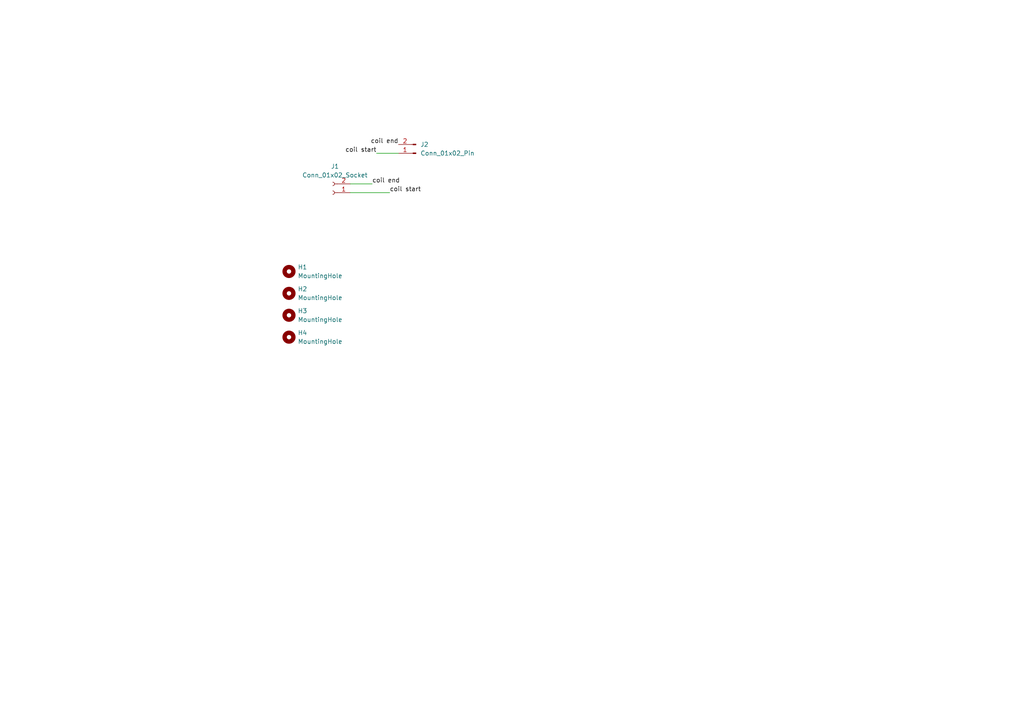
<source format=kicad_sch>
(kicad_sch
	(version 20231120)
	(generator "eeschema")
	(generator_version "8.0")
	(uuid "38c91b10-5af9-4b32-b547-d33c3020bbb1")
	(paper "A4")
	(lib_symbols
		(symbol "Connector:Conn_01x02_Pin"
			(pin_names
				(offset 1.016) hide)
			(exclude_from_sim no)
			(in_bom yes)
			(on_board yes)
			(property "Reference" "J"
				(at 0 2.54 0)
				(effects
					(font
						(size 1.27 1.27)
					)
				)
			)
			(property "Value" "Conn_01x02_Pin"
				(at 0 -5.08 0)
				(effects
					(font
						(size 1.27 1.27)
					)
				)
			)
			(property "Footprint" ""
				(at 0 0 0)
				(effects
					(font
						(size 1.27 1.27)
					)
					(hide yes)
				)
			)
			(property "Datasheet" "~"
				(at 0 0 0)
				(effects
					(font
						(size 1.27 1.27)
					)
					(hide yes)
				)
			)
			(property "Description" "Generic connector, single row, 01x02, script generated"
				(at 0 0 0)
				(effects
					(font
						(size 1.27 1.27)
					)
					(hide yes)
				)
			)
			(property "ki_locked" ""
				(at 0 0 0)
				(effects
					(font
						(size 1.27 1.27)
					)
				)
			)
			(property "ki_keywords" "connector"
				(at 0 0 0)
				(effects
					(font
						(size 1.27 1.27)
					)
					(hide yes)
				)
			)
			(property "ki_fp_filters" "Connector*:*_1x??_*"
				(at 0 0 0)
				(effects
					(font
						(size 1.27 1.27)
					)
					(hide yes)
				)
			)
			(symbol "Conn_01x02_Pin_1_1"
				(polyline
					(pts
						(xy 1.27 -2.54) (xy 0.8636 -2.54)
					)
					(stroke
						(width 0.1524)
						(type default)
					)
					(fill
						(type none)
					)
				)
				(polyline
					(pts
						(xy 1.27 0) (xy 0.8636 0)
					)
					(stroke
						(width 0.1524)
						(type default)
					)
					(fill
						(type none)
					)
				)
				(rectangle
					(start 0.8636 -2.413)
					(end 0 -2.667)
					(stroke
						(width 0.1524)
						(type default)
					)
					(fill
						(type outline)
					)
				)
				(rectangle
					(start 0.8636 0.127)
					(end 0 -0.127)
					(stroke
						(width 0.1524)
						(type default)
					)
					(fill
						(type outline)
					)
				)
				(pin passive line
					(at 5.08 0 180)
					(length 3.81)
					(name "Pin_1"
						(effects
							(font
								(size 1.27 1.27)
							)
						)
					)
					(number "1"
						(effects
							(font
								(size 1.27 1.27)
							)
						)
					)
				)
				(pin passive line
					(at 5.08 -2.54 180)
					(length 3.81)
					(name "Pin_2"
						(effects
							(font
								(size 1.27 1.27)
							)
						)
					)
					(number "2"
						(effects
							(font
								(size 1.27 1.27)
							)
						)
					)
				)
			)
		)
		(symbol "Connector:Conn_01x02_Socket"
			(pin_names
				(offset 1.016) hide)
			(exclude_from_sim no)
			(in_bom yes)
			(on_board yes)
			(property "Reference" "J"
				(at 0 2.54 0)
				(effects
					(font
						(size 1.27 1.27)
					)
				)
			)
			(property "Value" "Conn_01x02_Socket"
				(at 0 -5.08 0)
				(effects
					(font
						(size 1.27 1.27)
					)
				)
			)
			(property "Footprint" ""
				(at 0 0 0)
				(effects
					(font
						(size 1.27 1.27)
					)
					(hide yes)
				)
			)
			(property "Datasheet" "~"
				(at 0 0 0)
				(effects
					(font
						(size 1.27 1.27)
					)
					(hide yes)
				)
			)
			(property "Description" "Generic connector, single row, 01x02, script generated"
				(at 0 0 0)
				(effects
					(font
						(size 1.27 1.27)
					)
					(hide yes)
				)
			)
			(property "ki_locked" ""
				(at 0 0 0)
				(effects
					(font
						(size 1.27 1.27)
					)
				)
			)
			(property "ki_keywords" "connector"
				(at 0 0 0)
				(effects
					(font
						(size 1.27 1.27)
					)
					(hide yes)
				)
			)
			(property "ki_fp_filters" "Connector*:*_1x??_*"
				(at 0 0 0)
				(effects
					(font
						(size 1.27 1.27)
					)
					(hide yes)
				)
			)
			(symbol "Conn_01x02_Socket_1_1"
				(arc
					(start 0 -2.032)
					(mid -0.5058 -2.54)
					(end 0 -3.048)
					(stroke
						(width 0.1524)
						(type default)
					)
					(fill
						(type none)
					)
				)
				(polyline
					(pts
						(xy -1.27 -2.54) (xy -0.508 -2.54)
					)
					(stroke
						(width 0.1524)
						(type default)
					)
					(fill
						(type none)
					)
				)
				(polyline
					(pts
						(xy -1.27 0) (xy -0.508 0)
					)
					(stroke
						(width 0.1524)
						(type default)
					)
					(fill
						(type none)
					)
				)
				(arc
					(start 0 0.508)
					(mid -0.5058 0)
					(end 0 -0.508)
					(stroke
						(width 0.1524)
						(type default)
					)
					(fill
						(type none)
					)
				)
				(pin passive line
					(at -5.08 0 0)
					(length 3.81)
					(name "Pin_1"
						(effects
							(font
								(size 1.27 1.27)
							)
						)
					)
					(number "1"
						(effects
							(font
								(size 1.27 1.27)
							)
						)
					)
				)
				(pin passive line
					(at -5.08 -2.54 0)
					(length 3.81)
					(name "Pin_2"
						(effects
							(font
								(size 1.27 1.27)
							)
						)
					)
					(number "2"
						(effects
							(font
								(size 1.27 1.27)
							)
						)
					)
				)
			)
		)
		(symbol "Mechanical:MountingHole"
			(pin_names
				(offset 1.016)
			)
			(exclude_from_sim yes)
			(in_bom no)
			(on_board yes)
			(property "Reference" "H"
				(at 0 5.08 0)
				(effects
					(font
						(size 1.27 1.27)
					)
				)
			)
			(property "Value" "MountingHole"
				(at 0 3.175 0)
				(effects
					(font
						(size 1.27 1.27)
					)
				)
			)
			(property "Footprint" ""
				(at 0 0 0)
				(effects
					(font
						(size 1.27 1.27)
					)
					(hide yes)
				)
			)
			(property "Datasheet" "~"
				(at 0 0 0)
				(effects
					(font
						(size 1.27 1.27)
					)
					(hide yes)
				)
			)
			(property "Description" "Mounting Hole without connection"
				(at 0 0 0)
				(effects
					(font
						(size 1.27 1.27)
					)
					(hide yes)
				)
			)
			(property "ki_keywords" "mounting hole"
				(at 0 0 0)
				(effects
					(font
						(size 1.27 1.27)
					)
					(hide yes)
				)
			)
			(property "ki_fp_filters" "MountingHole*"
				(at 0 0 0)
				(effects
					(font
						(size 1.27 1.27)
					)
					(hide yes)
				)
			)
			(symbol "MountingHole_0_1"
				(circle
					(center 0 0)
					(radius 1.27)
					(stroke
						(width 1.27)
						(type default)
					)
					(fill
						(type none)
					)
				)
			)
		)
	)
	(wire
		(pts
			(xy 101.6 55.88) (xy 113.03 55.88)
		)
		(stroke
			(width 0)
			(type default)
		)
		(uuid "64eeadce-66a1-4a88-9a04-fa2fcf0aa0de")
	)
	(wire
		(pts
			(xy 115.57 44.45) (xy 109.22 44.45)
		)
		(stroke
			(width 0)
			(type default)
		)
		(uuid "7f6e4ee9-fc59-4f17-bd17-23debb3200f1")
	)
	(wire
		(pts
			(xy 101.6 53.34) (xy 107.95 53.34)
		)
		(stroke
			(width 0)
			(type default)
		)
		(uuid "e3643b3c-7d99-4f4a-b0c8-e5612dd1e7a5")
	)
	(label "coil end"
		(at 115.57 41.91 180)
		(fields_autoplaced yes)
		(effects
			(font
				(size 1.27 1.27)
			)
			(justify right bottom)
		)
		(uuid "380eeb75-b437-471c-a4e6-ae0768b628c8")
	)
	(label "coil end"
		(at 107.95 53.34 0)
		(fields_autoplaced yes)
		(effects
			(font
				(size 1.27 1.27)
			)
			(justify left bottom)
		)
		(uuid "489ce19b-9aaa-4a4d-b242-a490322f5aef")
	)
	(label "coil start"
		(at 113.03 55.88 0)
		(fields_autoplaced yes)
		(effects
			(font
				(size 1.27 1.27)
			)
			(justify left bottom)
		)
		(uuid "ae15ecca-9b3d-4295-bae6-23f9ec884fee")
	)
	(label "coil start"
		(at 109.22 44.45 180)
		(fields_autoplaced yes)
		(effects
			(font
				(size 1.27 1.27)
			)
			(justify right bottom)
		)
		(uuid "c6375fb2-06df-4e8f-9ffd-0756e87e75e3")
	)
	(symbol
		(lib_id "Mechanical:MountingHole")
		(at 83.82 91.44 0)
		(unit 1)
		(exclude_from_sim yes)
		(in_bom no)
		(on_board yes)
		(dnp no)
		(fields_autoplaced yes)
		(uuid "5595ddfd-c216-4ee6-a10c-49297ef7e7de")
		(property "Reference" "H3"
			(at 86.36 90.1699 0)
			(effects
				(font
					(size 1.27 1.27)
				)
				(justify left)
			)
		)
		(property "Value" "MountingHole"
			(at 86.36 92.7099 0)
			(effects
				(font
					(size 1.27 1.27)
				)
				(justify left)
			)
		)
		(property "Footprint" "MountingHole:MountingHole_5mm_Pad"
			(at 83.82 91.44 0)
			(effects
				(font
					(size 1.27 1.27)
				)
				(hide yes)
			)
		)
		(property "Datasheet" "~"
			(at 83.82 91.44 0)
			(effects
				(font
					(size 1.27 1.27)
				)
				(hide yes)
			)
		)
		(property "Description" "Mounting Hole without connection"
			(at 83.82 91.44 0)
			(effects
				(font
					(size 1.27 1.27)
				)
				(hide yes)
			)
		)
		(instances
			(project "Bottom sensing coil"
				(path "/38c91b10-5af9-4b32-b547-d33c3020bbb1"
					(reference "H3")
					(unit 1)
				)
			)
		)
	)
	(symbol
		(lib_id "Connector:Conn_01x02_Pin")
		(at 120.65 44.45 180)
		(unit 1)
		(exclude_from_sim no)
		(in_bom yes)
		(on_board yes)
		(dnp no)
		(fields_autoplaced yes)
		(uuid "578e3769-b706-455f-b99a-e669ef85662f")
		(property "Reference" "J2"
			(at 121.92 41.9099 0)
			(effects
				(font
					(size 1.27 1.27)
				)
				(justify right)
			)
		)
		(property "Value" "Conn_01x02_Pin"
			(at 121.92 44.4499 0)
			(effects
				(font
					(size 1.27 1.27)
				)
				(justify right)
			)
		)
		(property "Footprint" "Connector_PinHeader_2.54mm:PinHeader_1x02_P2.54mm_Vertical"
			(at 120.65 44.45 0)
			(effects
				(font
					(size 1.27 1.27)
				)
				(hide yes)
			)
		)
		(property "Datasheet" "~"
			(at 120.65 44.45 0)
			(effects
				(font
					(size 1.27 1.27)
				)
				(hide yes)
			)
		)
		(property "Description" "Generic connector, single row, 01x02, script generated"
			(at 120.65 44.45 0)
			(effects
				(font
					(size 1.27 1.27)
				)
				(hide yes)
			)
		)
		(pin "1"
			(uuid "d4b94a1e-f29d-474e-b3df-8f3b8035c244")
		)
		(pin "2"
			(uuid "9a5c7351-badc-4870-b77a-de6704f5ea22")
		)
		(instances
			(project "Bottom sensing coil"
				(path "/38c91b10-5af9-4b32-b547-d33c3020bbb1"
					(reference "J2")
					(unit 1)
				)
			)
		)
	)
	(symbol
		(lib_id "Mechanical:MountingHole")
		(at 83.82 85.09 0)
		(unit 1)
		(exclude_from_sim yes)
		(in_bom no)
		(on_board yes)
		(dnp no)
		(fields_autoplaced yes)
		(uuid "68a923fe-6112-4a21-bc82-10353507689c")
		(property "Reference" "H2"
			(at 86.36 83.8199 0)
			(effects
				(font
					(size 1.27 1.27)
				)
				(justify left)
			)
		)
		(property "Value" "MountingHole"
			(at 86.36 86.3599 0)
			(effects
				(font
					(size 1.27 1.27)
				)
				(justify left)
			)
		)
		(property "Footprint" "MountingHole:MountingHole_5mm_Pad"
			(at 83.82 85.09 0)
			(effects
				(font
					(size 1.27 1.27)
				)
				(hide yes)
			)
		)
		(property "Datasheet" "~"
			(at 83.82 85.09 0)
			(effects
				(font
					(size 1.27 1.27)
				)
				(hide yes)
			)
		)
		(property "Description" "Mounting Hole without connection"
			(at 83.82 85.09 0)
			(effects
				(font
					(size 1.27 1.27)
				)
				(hide yes)
			)
		)
		(instances
			(project "Bottom sensing coil"
				(path "/38c91b10-5af9-4b32-b547-d33c3020bbb1"
					(reference "H2")
					(unit 1)
				)
			)
		)
	)
	(symbol
		(lib_id "Mechanical:MountingHole")
		(at 83.82 97.79 0)
		(unit 1)
		(exclude_from_sim yes)
		(in_bom no)
		(on_board yes)
		(dnp no)
		(fields_autoplaced yes)
		(uuid "a1ee2152-3557-4675-99bd-3b11a4ed12ef")
		(property "Reference" "H4"
			(at 86.36 96.5199 0)
			(effects
				(font
					(size 1.27 1.27)
				)
				(justify left)
			)
		)
		(property "Value" "MountingHole"
			(at 86.36 99.0599 0)
			(effects
				(font
					(size 1.27 1.27)
				)
				(justify left)
			)
		)
		(property "Footprint" "MountingHole:MountingHole_5mm_Pad"
			(at 83.82 97.79 0)
			(effects
				(font
					(size 1.27 1.27)
				)
				(hide yes)
			)
		)
		(property "Datasheet" "~"
			(at 83.82 97.79 0)
			(effects
				(font
					(size 1.27 1.27)
				)
				(hide yes)
			)
		)
		(property "Description" "Mounting Hole without connection"
			(at 83.82 97.79 0)
			(effects
				(font
					(size 1.27 1.27)
				)
				(hide yes)
			)
		)
		(instances
			(project "Bottom sensing coil"
				(path "/38c91b10-5af9-4b32-b547-d33c3020bbb1"
					(reference "H4")
					(unit 1)
				)
			)
		)
	)
	(symbol
		(lib_id "Connector:Conn_01x02_Socket")
		(at 96.52 55.88 180)
		(unit 1)
		(exclude_from_sim no)
		(in_bom yes)
		(on_board yes)
		(dnp no)
		(fields_autoplaced yes)
		(uuid "bb81164d-31e5-4b2d-8de4-24039fe77895")
		(property "Reference" "J1"
			(at 97.155 48.26 0)
			(effects
				(font
					(size 1.27 1.27)
				)
			)
		)
		(property "Value" "Conn_01x02_Socket"
			(at 97.155 50.8 0)
			(effects
				(font
					(size 1.27 1.27)
				)
			)
		)
		(property "Footprint" "Connector_PinSocket_2.54mm:PinSocket_1x02_P2.54mm_Vertical"
			(at 96.52 55.88 0)
			(effects
				(font
					(size 1.27 1.27)
				)
				(hide yes)
			)
		)
		(property "Datasheet" "~"
			(at 96.52 55.88 0)
			(effects
				(font
					(size 1.27 1.27)
				)
				(hide yes)
			)
		)
		(property "Description" "Generic connector, single row, 01x02, script generated"
			(at 96.52 55.88 0)
			(effects
				(font
					(size 1.27 1.27)
				)
				(hide yes)
			)
		)
		(pin "1"
			(uuid "bf37cfd9-b9ab-4ca8-8261-ad56e08212b2")
		)
		(pin "2"
			(uuid "f9a5e8f0-d8c5-4e9b-83d4-cc1d84afbcd7")
		)
		(instances
			(project "Bottom sensing coil"
				(path "/38c91b10-5af9-4b32-b547-d33c3020bbb1"
					(reference "J1")
					(unit 1)
				)
			)
		)
	)
	(symbol
		(lib_id "Mechanical:MountingHole")
		(at 83.82 78.74 0)
		(unit 1)
		(exclude_from_sim yes)
		(in_bom no)
		(on_board yes)
		(dnp no)
		(fields_autoplaced yes)
		(uuid "daaae10f-86d5-4599-a5c1-66f3840d4b0e")
		(property "Reference" "H1"
			(at 86.36 77.4699 0)
			(effects
				(font
					(size 1.27 1.27)
				)
				(justify left)
			)
		)
		(property "Value" "MountingHole"
			(at 86.36 80.0099 0)
			(effects
				(font
					(size 1.27 1.27)
				)
				(justify left)
			)
		)
		(property "Footprint" "MountingHole:MountingHole_5mm_Pad"
			(at 83.82 78.74 0)
			(effects
				(font
					(size 1.27 1.27)
				)
				(hide yes)
			)
		)
		(property "Datasheet" "~"
			(at 83.82 78.74 0)
			(effects
				(font
					(size 1.27 1.27)
				)
				(hide yes)
			)
		)
		(property "Description" "Mounting Hole without connection"
			(at 83.82 78.74 0)
			(effects
				(font
					(size 1.27 1.27)
				)
				(hide yes)
			)
		)
		(instances
			(project "Bottom sensing coil"
				(path "/38c91b10-5af9-4b32-b547-d33c3020bbb1"
					(reference "H1")
					(unit 1)
				)
			)
		)
	)
	(sheet_instances
		(path "/"
			(page "1")
		)
	)
)
</source>
